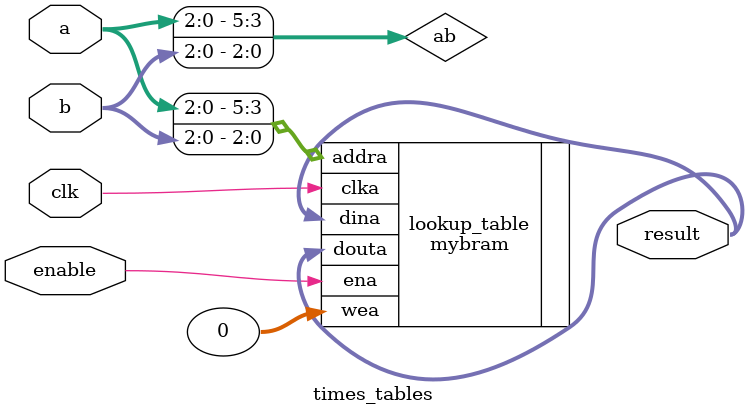
<source format=v>

`timescale 1ns/100ps

module times_tables(
	input clk, enable,
	input [2:0] a, b,
	output [4:0] result);

	wire [5:0] ab;
	
	assign ab = {a, b};
	
	mybram lookup_table (
  .clka(clk),     // input wire clka
  .ena(enable),   // input wire ena
  .wea(0),      // input wire [0 : 0] wea
  .addra(ab),     // input wire [5 : 0] addra
  .dina(result),    // input wire [5 : 0] dina
  .douta(result)  // output wire [4 : 0] douta
);
	
	//mybram lookuptable(ab, result);
	
endmodule








</source>
